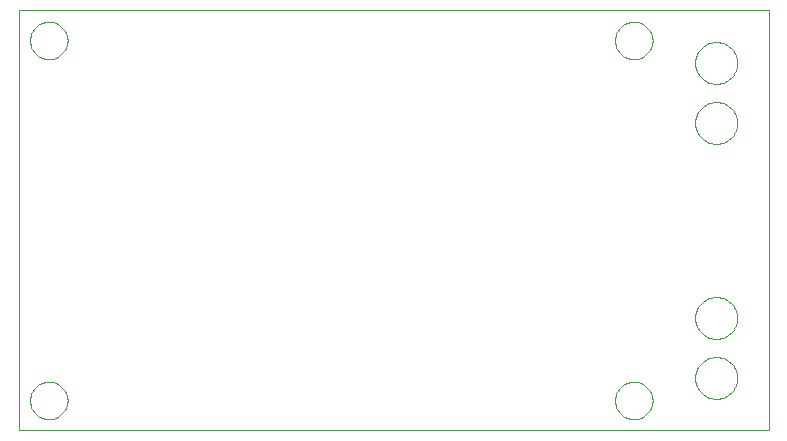
<source format=gko>
G75*
%MOIN*%
%OFA0B0*%
%FSLAX24Y24*%
%IPPOS*%
%LPD*%
%AMOC8*
5,1,8,0,0,1.08239X$1,22.5*
%
%ADD10C,0.0000*%
D10*
X000217Y000200D02*
X025217Y000200D01*
X025217Y014200D01*
X000217Y014200D01*
X000217Y000200D01*
X000592Y001200D02*
X000594Y001250D01*
X000600Y001299D01*
X000610Y001348D01*
X000623Y001395D01*
X000641Y001442D01*
X000662Y001487D01*
X000686Y001530D01*
X000714Y001571D01*
X000745Y001610D01*
X000779Y001646D01*
X000816Y001680D01*
X000856Y001710D01*
X000897Y001737D01*
X000941Y001761D01*
X000986Y001781D01*
X001033Y001797D01*
X001081Y001810D01*
X001130Y001819D01*
X001180Y001824D01*
X001229Y001825D01*
X001279Y001822D01*
X001328Y001815D01*
X001377Y001804D01*
X001424Y001790D01*
X001470Y001771D01*
X001515Y001749D01*
X001558Y001724D01*
X001598Y001695D01*
X001636Y001663D01*
X001672Y001629D01*
X001705Y001591D01*
X001734Y001551D01*
X001760Y001509D01*
X001783Y001465D01*
X001802Y001419D01*
X001818Y001372D01*
X001830Y001323D01*
X001838Y001274D01*
X001842Y001225D01*
X001842Y001175D01*
X001838Y001126D01*
X001830Y001077D01*
X001818Y001028D01*
X001802Y000981D01*
X001783Y000935D01*
X001760Y000891D01*
X001734Y000849D01*
X001705Y000809D01*
X001672Y000771D01*
X001636Y000737D01*
X001598Y000705D01*
X001558Y000676D01*
X001515Y000651D01*
X001470Y000629D01*
X001424Y000610D01*
X001377Y000596D01*
X001328Y000585D01*
X001279Y000578D01*
X001229Y000575D01*
X001180Y000576D01*
X001130Y000581D01*
X001081Y000590D01*
X001033Y000603D01*
X000986Y000619D01*
X000941Y000639D01*
X000897Y000663D01*
X000856Y000690D01*
X000816Y000720D01*
X000779Y000754D01*
X000745Y000790D01*
X000714Y000829D01*
X000686Y000870D01*
X000662Y000913D01*
X000641Y000958D01*
X000623Y001005D01*
X000610Y001052D01*
X000600Y001101D01*
X000594Y001150D01*
X000592Y001200D01*
X020092Y001200D02*
X020094Y001250D01*
X020100Y001299D01*
X020110Y001348D01*
X020123Y001395D01*
X020141Y001442D01*
X020162Y001487D01*
X020186Y001530D01*
X020214Y001571D01*
X020245Y001610D01*
X020279Y001646D01*
X020316Y001680D01*
X020356Y001710D01*
X020397Y001737D01*
X020441Y001761D01*
X020486Y001781D01*
X020533Y001797D01*
X020581Y001810D01*
X020630Y001819D01*
X020680Y001824D01*
X020729Y001825D01*
X020779Y001822D01*
X020828Y001815D01*
X020877Y001804D01*
X020924Y001790D01*
X020970Y001771D01*
X021015Y001749D01*
X021058Y001724D01*
X021098Y001695D01*
X021136Y001663D01*
X021172Y001629D01*
X021205Y001591D01*
X021234Y001551D01*
X021260Y001509D01*
X021283Y001465D01*
X021302Y001419D01*
X021318Y001372D01*
X021330Y001323D01*
X021338Y001274D01*
X021342Y001225D01*
X021342Y001175D01*
X021338Y001126D01*
X021330Y001077D01*
X021318Y001028D01*
X021302Y000981D01*
X021283Y000935D01*
X021260Y000891D01*
X021234Y000849D01*
X021205Y000809D01*
X021172Y000771D01*
X021136Y000737D01*
X021098Y000705D01*
X021058Y000676D01*
X021015Y000651D01*
X020970Y000629D01*
X020924Y000610D01*
X020877Y000596D01*
X020828Y000585D01*
X020779Y000578D01*
X020729Y000575D01*
X020680Y000576D01*
X020630Y000581D01*
X020581Y000590D01*
X020533Y000603D01*
X020486Y000619D01*
X020441Y000639D01*
X020397Y000663D01*
X020356Y000690D01*
X020316Y000720D01*
X020279Y000754D01*
X020245Y000790D01*
X020214Y000829D01*
X020186Y000870D01*
X020162Y000913D01*
X020141Y000958D01*
X020123Y001005D01*
X020110Y001052D01*
X020100Y001101D01*
X020094Y001150D01*
X020092Y001200D01*
X022767Y001950D02*
X022769Y002002D01*
X022775Y002054D01*
X022785Y002106D01*
X022798Y002156D01*
X022815Y002206D01*
X022836Y002254D01*
X022861Y002300D01*
X022889Y002344D01*
X022920Y002386D01*
X022954Y002426D01*
X022991Y002463D01*
X023031Y002497D01*
X023073Y002528D01*
X023117Y002556D01*
X023163Y002581D01*
X023211Y002602D01*
X023261Y002619D01*
X023311Y002632D01*
X023363Y002642D01*
X023415Y002648D01*
X023467Y002650D01*
X023519Y002648D01*
X023571Y002642D01*
X023623Y002632D01*
X023673Y002619D01*
X023723Y002602D01*
X023771Y002581D01*
X023817Y002556D01*
X023861Y002528D01*
X023903Y002497D01*
X023943Y002463D01*
X023980Y002426D01*
X024014Y002386D01*
X024045Y002344D01*
X024073Y002300D01*
X024098Y002254D01*
X024119Y002206D01*
X024136Y002156D01*
X024149Y002106D01*
X024159Y002054D01*
X024165Y002002D01*
X024167Y001950D01*
X024165Y001898D01*
X024159Y001846D01*
X024149Y001794D01*
X024136Y001744D01*
X024119Y001694D01*
X024098Y001646D01*
X024073Y001600D01*
X024045Y001556D01*
X024014Y001514D01*
X023980Y001474D01*
X023943Y001437D01*
X023903Y001403D01*
X023861Y001372D01*
X023817Y001344D01*
X023771Y001319D01*
X023723Y001298D01*
X023673Y001281D01*
X023623Y001268D01*
X023571Y001258D01*
X023519Y001252D01*
X023467Y001250D01*
X023415Y001252D01*
X023363Y001258D01*
X023311Y001268D01*
X023261Y001281D01*
X023211Y001298D01*
X023163Y001319D01*
X023117Y001344D01*
X023073Y001372D01*
X023031Y001403D01*
X022991Y001437D01*
X022954Y001474D01*
X022920Y001514D01*
X022889Y001556D01*
X022861Y001600D01*
X022836Y001646D01*
X022815Y001694D01*
X022798Y001744D01*
X022785Y001794D01*
X022775Y001846D01*
X022769Y001898D01*
X022767Y001950D01*
X022767Y003950D02*
X022769Y004002D01*
X022775Y004054D01*
X022785Y004106D01*
X022798Y004156D01*
X022815Y004206D01*
X022836Y004254D01*
X022861Y004300D01*
X022889Y004344D01*
X022920Y004386D01*
X022954Y004426D01*
X022991Y004463D01*
X023031Y004497D01*
X023073Y004528D01*
X023117Y004556D01*
X023163Y004581D01*
X023211Y004602D01*
X023261Y004619D01*
X023311Y004632D01*
X023363Y004642D01*
X023415Y004648D01*
X023467Y004650D01*
X023519Y004648D01*
X023571Y004642D01*
X023623Y004632D01*
X023673Y004619D01*
X023723Y004602D01*
X023771Y004581D01*
X023817Y004556D01*
X023861Y004528D01*
X023903Y004497D01*
X023943Y004463D01*
X023980Y004426D01*
X024014Y004386D01*
X024045Y004344D01*
X024073Y004300D01*
X024098Y004254D01*
X024119Y004206D01*
X024136Y004156D01*
X024149Y004106D01*
X024159Y004054D01*
X024165Y004002D01*
X024167Y003950D01*
X024165Y003898D01*
X024159Y003846D01*
X024149Y003794D01*
X024136Y003744D01*
X024119Y003694D01*
X024098Y003646D01*
X024073Y003600D01*
X024045Y003556D01*
X024014Y003514D01*
X023980Y003474D01*
X023943Y003437D01*
X023903Y003403D01*
X023861Y003372D01*
X023817Y003344D01*
X023771Y003319D01*
X023723Y003298D01*
X023673Y003281D01*
X023623Y003268D01*
X023571Y003258D01*
X023519Y003252D01*
X023467Y003250D01*
X023415Y003252D01*
X023363Y003258D01*
X023311Y003268D01*
X023261Y003281D01*
X023211Y003298D01*
X023163Y003319D01*
X023117Y003344D01*
X023073Y003372D01*
X023031Y003403D01*
X022991Y003437D01*
X022954Y003474D01*
X022920Y003514D01*
X022889Y003556D01*
X022861Y003600D01*
X022836Y003646D01*
X022815Y003694D01*
X022798Y003744D01*
X022785Y003794D01*
X022775Y003846D01*
X022769Y003898D01*
X022767Y003950D01*
X022767Y010450D02*
X022769Y010502D01*
X022775Y010554D01*
X022785Y010606D01*
X022798Y010656D01*
X022815Y010706D01*
X022836Y010754D01*
X022861Y010800D01*
X022889Y010844D01*
X022920Y010886D01*
X022954Y010926D01*
X022991Y010963D01*
X023031Y010997D01*
X023073Y011028D01*
X023117Y011056D01*
X023163Y011081D01*
X023211Y011102D01*
X023261Y011119D01*
X023311Y011132D01*
X023363Y011142D01*
X023415Y011148D01*
X023467Y011150D01*
X023519Y011148D01*
X023571Y011142D01*
X023623Y011132D01*
X023673Y011119D01*
X023723Y011102D01*
X023771Y011081D01*
X023817Y011056D01*
X023861Y011028D01*
X023903Y010997D01*
X023943Y010963D01*
X023980Y010926D01*
X024014Y010886D01*
X024045Y010844D01*
X024073Y010800D01*
X024098Y010754D01*
X024119Y010706D01*
X024136Y010656D01*
X024149Y010606D01*
X024159Y010554D01*
X024165Y010502D01*
X024167Y010450D01*
X024165Y010398D01*
X024159Y010346D01*
X024149Y010294D01*
X024136Y010244D01*
X024119Y010194D01*
X024098Y010146D01*
X024073Y010100D01*
X024045Y010056D01*
X024014Y010014D01*
X023980Y009974D01*
X023943Y009937D01*
X023903Y009903D01*
X023861Y009872D01*
X023817Y009844D01*
X023771Y009819D01*
X023723Y009798D01*
X023673Y009781D01*
X023623Y009768D01*
X023571Y009758D01*
X023519Y009752D01*
X023467Y009750D01*
X023415Y009752D01*
X023363Y009758D01*
X023311Y009768D01*
X023261Y009781D01*
X023211Y009798D01*
X023163Y009819D01*
X023117Y009844D01*
X023073Y009872D01*
X023031Y009903D01*
X022991Y009937D01*
X022954Y009974D01*
X022920Y010014D01*
X022889Y010056D01*
X022861Y010100D01*
X022836Y010146D01*
X022815Y010194D01*
X022798Y010244D01*
X022785Y010294D01*
X022775Y010346D01*
X022769Y010398D01*
X022767Y010450D01*
X022767Y012450D02*
X022769Y012502D01*
X022775Y012554D01*
X022785Y012606D01*
X022798Y012656D01*
X022815Y012706D01*
X022836Y012754D01*
X022861Y012800D01*
X022889Y012844D01*
X022920Y012886D01*
X022954Y012926D01*
X022991Y012963D01*
X023031Y012997D01*
X023073Y013028D01*
X023117Y013056D01*
X023163Y013081D01*
X023211Y013102D01*
X023261Y013119D01*
X023311Y013132D01*
X023363Y013142D01*
X023415Y013148D01*
X023467Y013150D01*
X023519Y013148D01*
X023571Y013142D01*
X023623Y013132D01*
X023673Y013119D01*
X023723Y013102D01*
X023771Y013081D01*
X023817Y013056D01*
X023861Y013028D01*
X023903Y012997D01*
X023943Y012963D01*
X023980Y012926D01*
X024014Y012886D01*
X024045Y012844D01*
X024073Y012800D01*
X024098Y012754D01*
X024119Y012706D01*
X024136Y012656D01*
X024149Y012606D01*
X024159Y012554D01*
X024165Y012502D01*
X024167Y012450D01*
X024165Y012398D01*
X024159Y012346D01*
X024149Y012294D01*
X024136Y012244D01*
X024119Y012194D01*
X024098Y012146D01*
X024073Y012100D01*
X024045Y012056D01*
X024014Y012014D01*
X023980Y011974D01*
X023943Y011937D01*
X023903Y011903D01*
X023861Y011872D01*
X023817Y011844D01*
X023771Y011819D01*
X023723Y011798D01*
X023673Y011781D01*
X023623Y011768D01*
X023571Y011758D01*
X023519Y011752D01*
X023467Y011750D01*
X023415Y011752D01*
X023363Y011758D01*
X023311Y011768D01*
X023261Y011781D01*
X023211Y011798D01*
X023163Y011819D01*
X023117Y011844D01*
X023073Y011872D01*
X023031Y011903D01*
X022991Y011937D01*
X022954Y011974D01*
X022920Y012014D01*
X022889Y012056D01*
X022861Y012100D01*
X022836Y012146D01*
X022815Y012194D01*
X022798Y012244D01*
X022785Y012294D01*
X022775Y012346D01*
X022769Y012398D01*
X022767Y012450D01*
X020092Y013200D02*
X020094Y013250D01*
X020100Y013299D01*
X020110Y013348D01*
X020123Y013395D01*
X020141Y013442D01*
X020162Y013487D01*
X020186Y013530D01*
X020214Y013571D01*
X020245Y013610D01*
X020279Y013646D01*
X020316Y013680D01*
X020356Y013710D01*
X020397Y013737D01*
X020441Y013761D01*
X020486Y013781D01*
X020533Y013797D01*
X020581Y013810D01*
X020630Y013819D01*
X020680Y013824D01*
X020729Y013825D01*
X020779Y013822D01*
X020828Y013815D01*
X020877Y013804D01*
X020924Y013790D01*
X020970Y013771D01*
X021015Y013749D01*
X021058Y013724D01*
X021098Y013695D01*
X021136Y013663D01*
X021172Y013629D01*
X021205Y013591D01*
X021234Y013551D01*
X021260Y013509D01*
X021283Y013465D01*
X021302Y013419D01*
X021318Y013372D01*
X021330Y013323D01*
X021338Y013274D01*
X021342Y013225D01*
X021342Y013175D01*
X021338Y013126D01*
X021330Y013077D01*
X021318Y013028D01*
X021302Y012981D01*
X021283Y012935D01*
X021260Y012891D01*
X021234Y012849D01*
X021205Y012809D01*
X021172Y012771D01*
X021136Y012737D01*
X021098Y012705D01*
X021058Y012676D01*
X021015Y012651D01*
X020970Y012629D01*
X020924Y012610D01*
X020877Y012596D01*
X020828Y012585D01*
X020779Y012578D01*
X020729Y012575D01*
X020680Y012576D01*
X020630Y012581D01*
X020581Y012590D01*
X020533Y012603D01*
X020486Y012619D01*
X020441Y012639D01*
X020397Y012663D01*
X020356Y012690D01*
X020316Y012720D01*
X020279Y012754D01*
X020245Y012790D01*
X020214Y012829D01*
X020186Y012870D01*
X020162Y012913D01*
X020141Y012958D01*
X020123Y013005D01*
X020110Y013052D01*
X020100Y013101D01*
X020094Y013150D01*
X020092Y013200D01*
X000592Y013200D02*
X000594Y013250D01*
X000600Y013299D01*
X000610Y013348D01*
X000623Y013395D01*
X000641Y013442D01*
X000662Y013487D01*
X000686Y013530D01*
X000714Y013571D01*
X000745Y013610D01*
X000779Y013646D01*
X000816Y013680D01*
X000856Y013710D01*
X000897Y013737D01*
X000941Y013761D01*
X000986Y013781D01*
X001033Y013797D01*
X001081Y013810D01*
X001130Y013819D01*
X001180Y013824D01*
X001229Y013825D01*
X001279Y013822D01*
X001328Y013815D01*
X001377Y013804D01*
X001424Y013790D01*
X001470Y013771D01*
X001515Y013749D01*
X001558Y013724D01*
X001598Y013695D01*
X001636Y013663D01*
X001672Y013629D01*
X001705Y013591D01*
X001734Y013551D01*
X001760Y013509D01*
X001783Y013465D01*
X001802Y013419D01*
X001818Y013372D01*
X001830Y013323D01*
X001838Y013274D01*
X001842Y013225D01*
X001842Y013175D01*
X001838Y013126D01*
X001830Y013077D01*
X001818Y013028D01*
X001802Y012981D01*
X001783Y012935D01*
X001760Y012891D01*
X001734Y012849D01*
X001705Y012809D01*
X001672Y012771D01*
X001636Y012737D01*
X001598Y012705D01*
X001558Y012676D01*
X001515Y012651D01*
X001470Y012629D01*
X001424Y012610D01*
X001377Y012596D01*
X001328Y012585D01*
X001279Y012578D01*
X001229Y012575D01*
X001180Y012576D01*
X001130Y012581D01*
X001081Y012590D01*
X001033Y012603D01*
X000986Y012619D01*
X000941Y012639D01*
X000897Y012663D01*
X000856Y012690D01*
X000816Y012720D01*
X000779Y012754D01*
X000745Y012790D01*
X000714Y012829D01*
X000686Y012870D01*
X000662Y012913D01*
X000641Y012958D01*
X000623Y013005D01*
X000610Y013052D01*
X000600Y013101D01*
X000594Y013150D01*
X000592Y013200D01*
M02*

</source>
